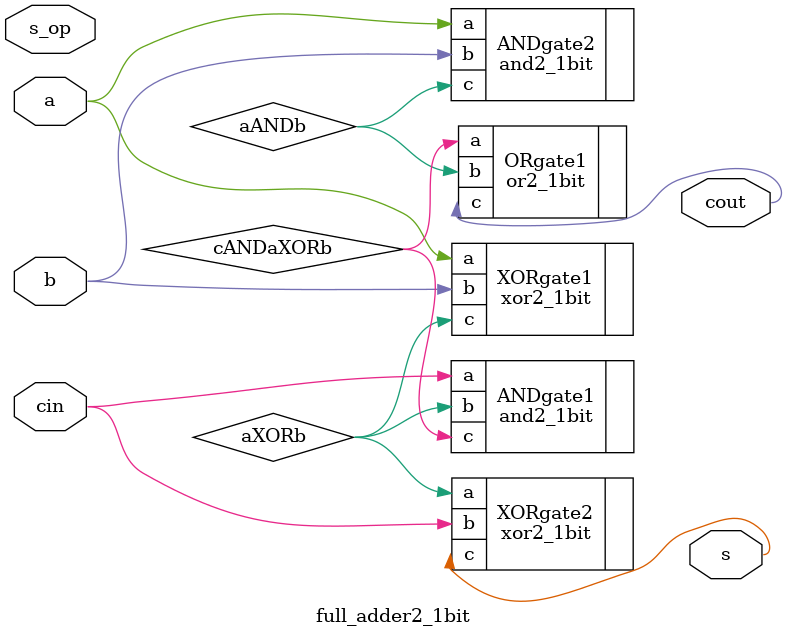
<source format=v>
`timescale 100ps/100ps

module full_adder2_1bit(a, b, cin, s_op, cout, s);
input a;
input b;
input cin;
input [1:0]s_op;
output s;
output cout; ////good untill 9 line
wire aXORb;
wire cANDaXORb;
wire aANDb;
xor2_1bit XORgate1 (.a(a), .b(b), .c(aXORb));
xor2_1bit XORgate2 (.a(aXORb), .b(cin), .c(s));
and2_1bit ANDgate1 (.a(cin), .b(aXORb), .c(cANDaXORb));
and2_1bit ANDgate2 (.a(a), .b(b), .c(aANDb));
or2_1bit ORgate1 (.a(cANDaXORb), .b(aANDb), .c(cout));
endmodule

</source>
